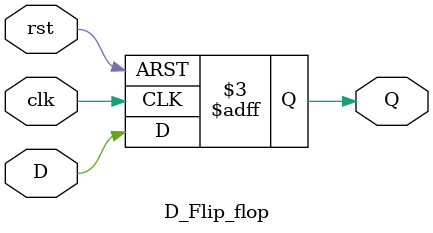
<source format=v>
/* 
//HARDWARE SECURITY PROJECT
G Group 9 - P2
1. Avinash Ayalasomayajula - 0699 6946
2. Smarat Kautilya - 7419 2986
3. Yashwanth Katta - 3451 7972
*/

// CODE FOR D FLIP FLOP

`timescale 1ns / 1ps

module D_Flip_flop (D, clk, rst, Q);
input D;
input clk, rst ; 
output Q;

reg Q;

always @ ( negedge rst, posedge clk )
begin
if (rst == 1'b0) 
  Q <= 1'b0;
else 
  Q <= D;
end

endmodule

</source>
